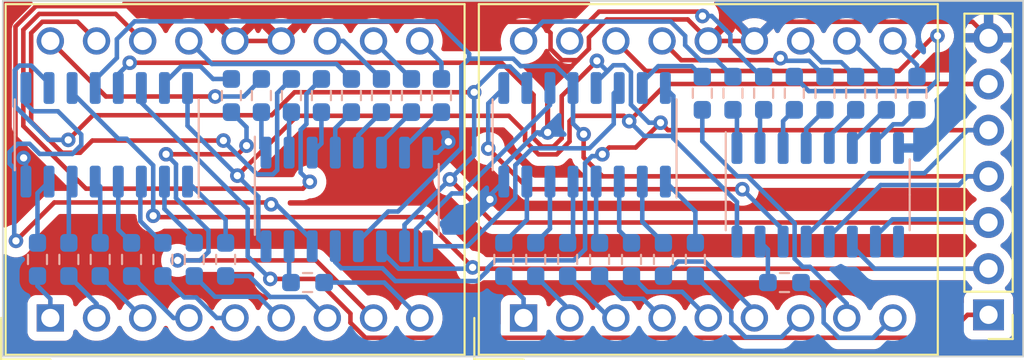
<source format=kicad_pcb>
(kicad_pcb (version 20241229) (generator "pcbnew") (generator_version "9.0")
  (layers (0 "F.Cu" signal) (2 "B.Cu" signal) (13 "F.Paste" user) (15 "B.Paste" user) (5 "F.SilkS" user "F.Silkscreen") (7 "B.SilkS" user "B.Silkscreen") (1 "F.Mask" user) (3 "B.Mask" user) (25 "Edge.Cuts" user))
  (net 0 "")
  (net 1 "SER_IN")
  (net 2 "SRCLK")
  (net 3 "~SRCLR")
  (net 4 "RCLK")
  (net 5 "~OE")
  (net 6 "+3.3V")
  (net 7 "GND")
  (net 8 "/Sh2L1-5")
  (net 9 "Net-(R1-Pad2)")
  (net 10 "Net-(R2-Pad1)")
  (net 11 "/Sh2L1-2")
  (net 12 "/Sh2L1-4")
  (net 13 "Net-(R3-Pad2)")
  (net 14 "Net-(R4-Pad1)")
  (net 15 "/Sh2L1-1")
  (net 16 "/Sh1L1-3")
  (net 17 "Net-(R5-Pad2)")
  (net 18 "Net-(R6-Pad1)")
  (net 19 "/Sh1L1-15")
  (net 20 "/Sh1L1-2")
  (net 21 "Net-(R7-Pad2)")
  (net 22 "Net-(R8-Pad1)")
  (net 23 "/Sh1L1-6")
  (net 24 "/Sh1L1-1")
  (net 25 "Net-(R9-Pad2)")
  (net 26 "Net-(R10-Pad1)")
  (net 27 "/Sh1L1-5")
  (net 28 "/Sh2L1-7")
  (net 29 "Net-(R11-Pad2)")
  (net 30 "Net-(R12-Pad1)")
  (net 31 "/Sh2L1-3")
  (net 32 "/Sh2L1-6")
  (net 33 "Net-(R13-Pad2)")
  (net 34 "Net-(R14-Pad1)")
  (net 35 "/Sh1L1-7")
  (net 36 "/Sh1L1-4")
  (net 37 "Net-(R15-Pad2)")
  (net 38 "Net-(R16-Pad1)")
  (net 39 "/Sh2L1-15")
  (net 40 "/Sh4L1-5")
  (net 41 "Net-(R17-Pad2)")
  (net 42 "Net-(R18-Pad1)")
  (net 43 "/Sh4L1-2")
  (net 44 "/Sh4L1-4")
  (net 45 "Net-(R19-Pad2)")
  (net 46 "Net-(R20-Pad1)")
  (net 47 "/Sh4L1-1")
  (net 48 "/Sh3L1-3")
  (net 49 "Net-(R21-Pad2)")
  (net 50 "Net-(R22-Pad1)")
  (net 51 "/Sh3L1-15")
  (net 52 "/Sh3L1-2")
  (net 53 "Net-(R23-Pad2)")
  (net 54 "Net-(R24-Pad1)")
  (net 55 "/Sh3L1-6")
  (net 56 "/Sh3L1-1")
  (net 57 "Net-(R25-Pad2)")
  (net 58 "Net-(R26-Pad1)")
  (net 59 "/Sh3L1-5")
  (net 60 "/Sh4L1-7")
  (net 61 "Net-(R27-Pad2)")
  (net 62 "Net-(R28-Pad1)")
  (net 63 "/Sh4L1-3")
  (net 64 "/Sh4L1-6")
  (net 65 "Net-(R29-Pad2)")
  (net 66 "Net-(R30-Pad1)")
  (net 67 "/Sh3L1-7")
  (net 68 "/Sh3L1-4")
  (net 69 "Net-(R31-Pad2)")
  (net 70 "Net-(R32-Pad1)")
  (net 71 "/Sh4L1-15")
  (net 72 "/Sh1_OUT-Sh2_IN")
  (net 73 "/Sh2_OUT-Sh3_IN")
  (net 74 "/Sh3_OUT-Sh4_IN")
  (footprint "Display_7Segment:DA56-11CGKWA" (layer "F.Cu") (at 78.1775 83.7375 90)
    (property "Reference" "U2" (hide yes))
    (property "Value" "DC56-11CGKWA" (hide yes))
  )
  (footprint "Connector_PinHeader_2.54mm:PinHeader_1x07_P2.54mm_Vertical" (layer "F.Cu") (at 129.794 83.566 180)
    (property "Reference" "J1" (hide yes))
    (property "Value" "Conn_01x07" (hide yes))
  )
  (footprint "Display_7Segment:DA56-11CGKWA" (layer "F.Cu") (at 104.2125 83.7375 90)
    (property "Reference" "U5" (hide yes))
    (property "Value" "DC56-11CGKWA" (hide yes))
  )
  (footprint "Resistor_SMD:R_0603_1608Metric_Pad0.98x0.95mm_HandSolder" (layer "B.Cu") (at 84.37 80.518 90)
    (property "Reference" "R10" (hide yes))
    (property "Value" "470Ω" (hide yes))
  )
  (footprint "Resistor_SMD:R_0603_1608Metric_Pad0.98x0.95mm_HandSolder" (layer "B.Cu") (at 120.7951 71.374 90)
    (property "Reference" "R19" (hide yes))
    (property "Value" "470Ω" (hide yes))
  )
  (footprint "Resistor_SMD:R_0603_1608Metric_Pad0.98x0.95mm_HandSolder" (layer "B.Cu") (at 96.393 71.501 -90)
    (property "Reference" "R12" (hide yes))
    (property "Value" "470Ω" (hide yes))
  )
  (footprint "Resistor_SMD:R_0603_1608Metric_Pad0.98x0.95mm_HandSolder" (layer "B.Cu") (at 124.1697 71.374 -90)
    (property "Reference" "R18" (hide yes))
    (property "Value" "470Ω" (hide yes))
  )
  (footprint "Resistor_SMD:R_0603_1608Metric_Pad0.98x0.95mm_HandSolder" (layer "B.Cu") (at 119.1079 71.374 90)
    (property "Reference" "R17" (hide yes))
    (property "Value" "470Ω" (hide yes))
  )
  (footprint "Resistor_SMD:R_0603_1608Metric_Pad0.98x0.95mm_HandSolder" (layer "B.Cu") (at 86.095 80.518 90)
    (property "Reference" "R8" (hide yes))
    (property "Value" "470Ω" (hide yes))
  )
  (footprint "Resistor_SMD:R_0603_1608Metric_Pad0.98x0.95mm_HandSolder" (layer "B.Cu") (at 99.695 71.501 -90)
    (property "Reference" "R4" (hide yes))
    (property "Value" "470Ω" (hide yes))
  )
  (footprint "Resistor_SMD:R_0603_1608Metric_Pad0.98x0.95mm_HandSolder" (layer "B.Cu") (at 113.665 80.518 90)
    (property "Reference" "R30" (hide yes))
    (property "Value" "470Ω" (hide yes))
  )
  (footprint "Resistor_SMD:R_0603_1608Metric_Pad0.98x0.95mm_HandSolder" (layer "B.Cu") (at 103.124 80.518 -90)
    (property "Reference" "R25" (hide yes))
    (property "Value" "470Ω" (hide yes))
  )
  (footprint "Resistor_SMD:R_0603_1608Metric_Pad0.98x0.95mm_HandSolder" (layer "B.Cu") (at 104.8808 80.518 -90)
    (property "Reference" "R23" (hide yes))
    (property "Value" "470Ω" (hide yes))
  )
  (footprint "Resistor_SMD:R_0603_1608Metric_Pad0.98x0.95mm_HandSolder" (layer "B.Cu") (at 89.789 71.501 90)
    (property "Reference" "R11" (hide yes))
    (property "Value" "470Ω" (hide yes))
  )
  (footprint "Resistor_SMD:R_0603_1608Metric_Pad0.98x0.95mm_HandSolder" (layer "B.Cu") (at 94.742 71.501 90)
    (property "Reference" "R3" (hide yes))
    (property "Value" "470Ω" (hide yes))
  )
  (footprint "Resistor_SMD:R_0603_1608Metric_Pad0.98x0.95mm_HandSolder" (layer "B.Cu") (at 111.9082 80.518 90)
    (property "Reference" "R24" (hide yes))
    (property "Value" "470Ω" (hide yes))
  )
  (footprint "Resistor_SMD:R_0603_1608Metric_Pad0.98x0.95mm_HandSolder" (layer "B.Cu") (at 91.44 71.501 90)
    (property "Reference" "R13" (hide yes))
    (property "Value" "470Ω" (hide yes))
  )
  (footprint "Resistor_SMD:R_0603_1608Metric_Pad0.98x0.95mm_HandSolder" (layer "B.Cu") (at 93.091 71.501 90)
    (property "Reference" "R1" (hide yes))
    (property "Value" "470Ω" (hide yes))
  )
  (footprint "Package_SO:SO-16_3.9x9.9mm_P1.27mm" (layer "B.Cu") (at 107.569 73.66 90)
    (property "Reference" "U4" (hide yes))
    (property "Value" "74HC595" (hide yes))
  )
  (footprint "Resistor_SMD:R_0603_1608Metric_Pad0.98x0.95mm_HandSolder" (layer "B.Cu") (at 108.3945 80.518 -90)
    (property "Reference" "R31" (hide yes))
    (property "Value" "470Ω" (hide yes))
  )
  (footprint "Resistor_SMD:R_0603_1608Metric_Pad0.98x0.95mm_HandSolder" (layer "B.Cu") (at 118.5665 81.788 180)
    (property "Reference" "R32" (hide yes))
    (property "Value" "470Ω" (hide yes))
  )
  (footprint "Package_SO:SO-16_3.9x9.9mm_P1.27mm" (layer "B.Cu") (at 94.488 77.216 -90)
    (property "Reference" "U3" (hide yes))
    (property "Value" "74HC595" (hide yes))
  )
  (footprint "Resistor_SMD:R_0603_1608Metric_Pad0.98x0.95mm_HandSolder" (layer "B.Cu") (at 125.857 71.374 -90)
    (property "Reference" "R20" (hide yes))
    (property "Value" "470Ω" (hide yes))
  )
  (footprint "Resistor_SMD:R_0603_1608Metric_Pad0.98x0.95mm_HandSolder" (layer "B.Cu") (at 98.044 71.501 -90)
    (property "Reference" "R2" (hide yes))
    (property "Value" "470Ω" (hide yes))
  )
  (footprint "Resistor_SMD:R_0603_1608Metric_Pad0.98x0.95mm_HandSolder" (layer "B.Cu") (at 106.6377 80.518 -90)
    (property "Reference" "R21" (hide yes))
    (property "Value" "470Ω" (hide yes))
  )
  (footprint "Resistor_SMD:R_0603_1608Metric_Pad0.98x0.95mm_HandSolder" (layer "B.Cu") (at 80.92 80.518 -90)
    (property "Reference" "R5" (hide yes))
    (property "Value" "470Ω" (hide yes))
  )
  (footprint "Resistor_SMD:R_0603_1608Metric_Pad0.98x0.95mm_HandSolder" (layer "B.Cu") (at 115.7333 71.374 90)
    (property "Reference" "R27" (hide yes))
    (property "Value" "470Ω" (hide yes))
  )
  (footprint "Resistor_SMD:R_0603_1608Metric_Pad0.98x0.95mm_HandSolder" (layer "B.Cu") (at 87.82 80.518 90)
    (property "Reference" "R14" (hide yes))
    (property "Value" "470Ω" (hide yes))
  )
  (footprint "Resistor_SMD:R_0603_1608Metric_Pad0.98x0.95mm_HandSolder" (layer "B.Cu") (at 110.1513 80.518 90)
    (property "Reference" "R26" (hide yes))
    (property "Value" "470Ω" (hide yes))
  )
  (footprint "Resistor_SMD:R_0603_1608Metric_Pad0.98x0.95mm_HandSolder" (layer "B.Cu") (at 88.138 71.501 90)
    (property "Reference" "R6" (hide yes))
    (property "Value" "470Ω" (hide yes))
  )
  (footprint "Resistor_SMD:R_0603_1608Metric_Pad0.98x0.95mm_HandSolder" (layer "B.Cu") (at 79.195 80.518 -90)
    (property "Reference" "R7" (hide yes))
    (property "Value" "470Ω" (hide yes))
  )
  (footprint "Resistor_SMD:R_0603_1608Metric_Pad0.98x0.95mm_HandSolder" (layer "B.Cu") (at 114.046 71.374 90)
    (property "Reference" "R22" (hide yes))
    (property "Value" "470Ω" (hide yes))
  )
  (footprint "Resistor_SMD:R_0603_1608Metric_Pad0.98x0.95mm_HandSolder" (layer "B.Cu") (at 122.4824 71.374 -90)
    (property "Reference" "R28" (hide yes))
    (property "Value" "470Ω" (hide yes))
  )
  (footprint "Resistor_SMD:R_0603_1608Metric_Pad0.98x0.95mm_HandSolder" (layer "B.Cu") (at 92.329 81.788 180)
    (property "Reference" "R16" (hide yes))
    (property "Value" "470Ω" (hide yes))
  )
  (footprint "Package_SO:SO-16_3.9x9.9mm_P1.27mm" (layer "B.Cu") (at 81.28 73.66 90)
    (property "Reference" "U1" (hide yes))
    (property "Value" "74HC595" (hide yes))
  )
  (footprint "Package_SO:SO-16_3.9x9.9mm_P1.27mm" (layer "B.Cu") (at 120.396 76.962 -90)
    (property "Reference" "U6" (hide yes))
    (property "Value" "74HC595" (hide yes))
  )
  (footprint "Resistor_SMD:R_0603_1608Metric_Pad0.98x0.95mm_HandSolder" (layer "B.Cu") (at 82.645 80.518 -90)
    (property "Reference" "R15" (hide yes))
    (property "Value" "470Ω" (hide yes))
  )
  (footprint "Resistor_SMD:R_0603_1608Metric_Pad0.98x0.95mm_HandSolder" (layer "B.Cu") (at 77.47 80.518 -90)
    (property "Reference" "R9" (hide yes))
    (property "Value" "470Ω" (hide yes))
  )
  (footprint "Resistor_SMD:R_0603_1608Metric_Pad0.98x0.95mm_HandSolder" (layer "B.Cu") (at 117.4206 71.374 90)
    (property "Reference" "R29" (hide yes))
    (property "Value" "470Ω" (hide yes))
  )
  (gr_line (start 75.565 66.294) (end 75.565 85.852) (stroke (width 0.1)) (layer "Edge.Cuts"))
  (gr_line (start 131.699 66.294) (end 75.565 66.294) (stroke (width 0.1)) (layer "Edge.Cuts"))
  (gr_line (start 131.699 85.852) (end 131.699 66.294) (stroke (width 0.1)) (layer "Edge.Cuts"))
  (gr_line (start 75.565 85.852) (end 131.699 85.852) (stroke (width 0.1)) (layer "Edge.Cuts"))
  (segment (start 90.2767 81.5894) (end 92.7804 81.5894) (width 0.25) (layer "F.Cu") (net 1))
  (segment (start 129.794 83.566) (end 128.6373 83.566) (width 0.25) (layer "F.Cu") (net 1))
  (segment (start 94.6875 83.9988) (end 95.515 84.8263) (width 0.25) (layer "F.Cu") (net 1))
  (segment (start 94.6875 83.4965) (end 94.6875 83.9988) (width 0.25) (layer "F.Cu") (net 1))
  (segment (start 92.7804 81.5894) (end 94.6875 83.4965) (width 0.25) (layer "F.Cu") (net 1))
  (segment (start 127.377 84.8263) (end 128.6373 83.566) (width 0.25) (layer "F.Cu") (net 1))
  (segment (start 95.515 84.8263) (end 127.377 84.8263) (width 0.25) (layer "F.Cu") (net 1))
  (via (at 90.2767 81.5894) (size 0.8) (drill 0.4) (layers "F.Cu" "B.Cu") (net 1))
  (segment (start 89.0345 80.3472) (end 89.0345 77.7419) (width 0.25) (layer "B.Cu") (net 1))
  (segment (start 83.185 71.8924) (end 83.185 71.085) (width 0.25) (layer "B.Cu") (net 1))
  (segment (start 89.0345 77.7419) (end 83.185 71.8924) (width 0.25) (layer "B.Cu") (net 1))
  (segment (start 90.2767 81.5894) (end 89.0345 80.3472) (width 0.25) (layer "B.Cu") (net 1))
  (segment (start 129.794 81.026) (end 128.6373 81.026) (width 0.25) (layer "F.Cu") (net 2))
  (segment (start 83.9105 78.1902) (end 98.6414 78.1902) (width 0.25) (layer "F.Cu") (net 2))
  (segment (start 101.4772 81.026) (end 101.4082 80.957) (width 0.25) (layer "F.Cu") (net 2))
  (segment (start 83.8358 78.1155) (end 83.9105 78.1902) (width 0.25) (layer "F.Cu") (net 2))
  (segment (start 98.6414 78.1902) (end 101.4082 80.957) (width 0.25) (layer "F.Cu") (net 2))
  (segment (start 128.6373 81.026) (end 101.4772 81.026) (width 0.25) (layer "F.Cu") (net 2))
  (via (at 101.4082 80.957) (size 0.8) (drill 0.4) (layers "F.Cu" "B.Cu") (net 2))
  (via (at 83.8358 78.1155) (size 0.8) (drill 0.4) (layers "F.Cu" "B.Cu") (net 2))
  (segment (start 123.5219 81.026) (end 129.794 81.026) (width 0.25) (layer "B.Cu") (net 2))
  (segment (start 100.799192 76.886208) (end 105.664 72.0214) (width 0.25) (layer "B.Cu") (net 2))
  (segment (start 79.375 71.3384) (end 81.9152 73.8786) (width 0.25) (layer "B.Cu") (net 2))
  (segment (start 79.375 71.085) (end 79.375 71.3384) (width 0.25) (layer "B.Cu") (net 2))
  (segment (start 96.393 79.791) (end 96.393 80.0718) (width 0.25) (layer "B.Cu") (net 2))
  (segment (start 98.298 81.027) (end 98.298 78.8538) (width 0.25) (layer "B.Cu") (net 2))
  (segment (start 101.3382 81.027) (end 101.4082 80.957) (width 0.25) (layer "B.Cu") (net 2))
  (segment (start 96.393 80.0718) (end 97.3482 81.027) (width 0.25) (layer "B.Cu") (net 2))
  (segment (start 100.265592 76.886208) (end 100.799192 76.886208) (width 0.25) (layer "B.Cu") (net 2))
  (segment (start 83.8358 75.343) (end 83.8358 78.1155) (width 0.25) (layer "B.Cu") (net 2))
  (segment (start 122.301 79.8051) (end 123.5219 81.026) (width 0.25) (layer "B.Cu") (net 2))
  (segment (start 82.3714 73.8786) (end 83.8358 75.343) (width 0.25) (layer "B.Cu") (net 2))
  (segment (start 105.664 72.0214) (end 105.664 71.085) (width 0.25) (layer "B.Cu") (net 2))
  (segment (start 98.298 81.027) (end 101.3382 81.027) (width 0.25) (layer "B.Cu") (net 2))
  (segment (start 98.298 78.8538) (end 100.265592 76.886208) (width 0.25) (layer "B.Cu") (net 2))
  (segment (start 81.9152 73.8786) (end 82.3714 73.8786) (width 0.25) (layer "B.Cu") (net 2))
  (segment (start 97.3482 81.027) (end 98.298 81.027) (width 0.25) (layer "B.Cu") (net 2))
  (segment (start 122.301 79.537) (end 122.301 79.8051) (width 0.25) (layer "B.Cu") (net 2))
  (segment (start 80.5184 72.5839) (end 79.1624 73.9399) (width 0.25) (layer "F.Cu") (net 3))
  (segment (start 129.794 78.486) (end 102.535984 78.486) (width 0.25) (layer "F.Cu") (net 3))
  (segment (start 91.6155 71.3183) (end 90.3499 72.5839) (width 0.25) (layer "F.Cu") (net 3))
  (segment (start 90.3499 72.5839) (end 80.5184 72.5839) (width 0.25) (layer "F.Cu") (net 3))
  (segment (start 102.535984 78.486) (end 100.161192 76.111208) (width 0.25) (layer "F.Cu") (net 3))
  (segment (start 101.496 71.3183) (end 91.6155 71.3183) (width 0.25) (layer "F.Cu") (net 3))
  (via (at 101.496 71.3183) (size 0.8) (drill 0.4) (layers "F.Cu" "B.Cu") (net 3))
  (via (at 79.1624 73.9399) (size 0.8) (drill 0.4) (layers "F.Cu" "B.Cu") (net 3))
  (via (at 100.161192 76.111208) (size 0.8) (drill 0.4) (layers "F.Cu" "B.Cu") (net 3))
  (segment (start 101.496 71.3183) (end 101.496 71.1913) (width 0.25) (layer "B.Cu") (net 3))
  (segment (start 103.4634 69.9027) (end 104.394 70.8333) (width 0.25) (layer "B.Cu") (net 3))
  (segment (start 97.663 79.791) (end 97.663 78.6094) (width 0.25) (layer "B.Cu") (net 3))
  (segment (start 129.794 78.486) (end 128.6373 78.486) (width 0.25) (layer "B.Cu") (net 3))
  (segment (start 77.1266 69.8523) (end 76.4728 69.8523) (width 0.25) (layer "B.Cu") (net 3))
  (segment (start 123.571 79.537) (end 123.571 79.2512) (width 0.25) (layer "B.Cu") (net 3))
  (segment (start 78.105 70.8307) (end 77.1266 69.8523) (width 0.25) (layer "B.Cu") (net 3))
  (segment (start 76.2277 70.0974) (end 76.2277 72.0841) (width 0.25) (layer "B.Cu") (net 3))
  (segment (start 124.5135 78.3087) (end 128.46 78.3087) (width 0.25) (layer "B.Cu") (net 3))
  (segment (start 102.7846 69.9027) (end 103.4634 69.9027) (width 0.25) (layer "B.Cu") (net 3))
  (segment (start 104.394 70.8333) (end 104.394 71.085) (width 0.25) (layer "B.Cu") (net 3))
  (segment (start 101.496 74.7764) (end 100.161192 76.111208) (width 0.25) (layer "B.Cu") (net 3))
  (segment (start 76.2277 72.0841) (end 78.0835 73.9399) (width 0.25) (layer "B.Cu") (net 3))
  (segment (start 101.496 71.3183) (end 101.496 74.7764) (width 0.25) (layer "B.Cu") (net 3))
  (segment (start 78.0835 73.9399) (end 79.1624 73.9399) (width 0.25) (layer "B.Cu") (net 3))
  (segment (start 128.46 78.3087) (end 128.6373 78.486) (width 0.25) (layer "B.Cu") (net 3))
  (segment (start 123.571 79.2512) (end 124.5135 78.3087) (width 0.25) (layer "B.Cu") (net 3))
  (segment (start 101.496 71.1913) (end 102.7846 69.9027) (width 0.25) (layer "B.Cu") (net 3))
  (segment (start 78.105 71.085) (end 78.105 70.8307) (width 0.25) (layer "B.Cu") (net 3))
  (segment (start 97.663 78.6094) (end 100.161192 76.111208) (width 0.25) (layer "B.Cu") (net 3))
  (segment (start 76.4728 69.8523) (end 76.2277 70.0974) (width 0.25) (layer "B.Cu") (net 3))
  (segment (start 107.517 74.9054) (end 107.517 73.627685) (width 0.25) (layer "F.Cu") (net 4))
  (segment (start 108.5576 75.946) (end 107.517 74.9054) (width 0.25) (layer "F.Cu") (net 4))
  (segment (start 129.794 75.946) (end 108.5576 75.946) (width 0.25) (layer "F.Cu") (net 4))
  (via (at 107.517 73.627685) (size 0.8) (drill 0.4) (layers "F.Cu" "B.Cu") (net 4))
  (segment (start 121.031 79.254) (end 123.8598 76.4252) (width 0.25) (layer "B.Cu") (net 4))
  (segment (start 96.765 77.8802) (end 95.123 79.5222) (width 0.25) (layer "B.Cu") (net 4))
  (segment (start 81.8377 69.431) (end 80.645 70.6237) (width 0.25) (layer "B.Cu") (net 4))
  (segment (start 106.934 71.085) (end 106.934 73.044685) (width 0.25) (layer "B.Cu") (net 4))
  (segment (start 100.7893 69.899) (end 100.7893 74.3951) (width 0.25) (layer "B.Cu") (net 4))
  (segment (start 129.794 75.946) (end 128.6373 75.946) (width 0.25) (layer "B.Cu") (net 4))
  (segment (start 97.3042 77.8802) (end 96.765 77.8802) (width 0.25) (layer "B.Cu") (net 4))
  (segment (start 106.934 70.828) (end 105.9866 69.8806) (width 0.25) (layer "B.Cu") (net 4))
  (segment (start 128.1581 76.4252) (end 128.6373 75.946) (width 0.25) (layer "B.Cu") (net 4))
  (segment (start 99.4328 67.4183) (end 82.816 67.4183) (width 0.25) (layer "B.Cu") (net 4))
  (segment (start 81.8377 68.3966) (end 81.8377 69.431) (width 0.25) (layer "B.Cu") (net 4))
  (segment (start 106.934 71.085) (end 106.934 70.828) (width 0.25) (layer "B.Cu") (net 4))
  (segment (start 101.2173 69.2028) (end 99.4328 67.4183) (width 0.25) (layer "B.Cu") (net 4))
  (segment (start 123.8598 76.4252) (end 128.1581 76.4252) (width 0.25) (layer "B.Cu") (net 4))
  (segment (start 105.9866 69.8806) (end 104.0519 69.8806) (width 0.25) (layer "B.Cu") (net 4))
  (segment (start 80.645 70.6237) (end 80.645 71.085) (width 0.25) (layer "B.Cu") (net 4))
  (segment (start 106.934 73.044685) (end 107.517 73.627685) (width 0.25) (layer "B.Cu") (net 4))
  (segment (start 101.2173 69.471) (end 100.7893 69.899) (width 0.25) (layer "B.Cu") (net 4))
  (segment (start 121.031 79.537) (end 121.031 79.254) (width 0.25) (layer "B.Cu") (net 4))
  (segment (start 82.816 67.4183) (end 81.8377 68.3966) (width 0.25) (layer "B.Cu") (net 4))
  (segment (start 103.6423 69.471) (end 101.2173 69.471) (width 0.25) (layer "B.Cu") (net 4))
  (segment (start 100.7893 74.3951) (end 97.3042 77.8802) (width 0.25) (layer "B.Cu") (net 4))
  (segment (start 101.2173 69.471) (end 101.2173 69.2028) (width 0.25) (layer "B.Cu") (net 4))
  (segment (start 95.123 79.5222) (end 95.123 79.791) (width 0.25) (layer "B.Cu") (net 4))
  (segment (start 104.0519 69.8806) (end 103.6423 69.471) (width 0.25) (layer "B.Cu") (net 4))
  (segment (start 108.92164 74.3586) (end 108.547392 74.732848) (width 0.25) (layer "F.Cu") (net 5))
  (segment (start 129.794 73.406) (end 112.1583 73.406) (width 0.25) (layer "F.Cu") (net 5))
  (segment (start 112.1583 73.406) (end 111.7465 72.9942) (width 0.25) (layer "F.Cu") (net 5))
  (segment (start 104.762 71.461112) (end 104.762 73.854016) (width 0.25) (layer "F.Cu") (net 5))
  (segment (start 105.215984 74.308) (end 105.858016 74.308) (width 0.25) (layer "F.Cu") (net 5))
  (segment (start 106.312 73.854016) (end 106.312 71.527426) (width 0.25) (layer "F.Cu") (net 5))
  (segment (start 106.312 71.527426) (end 108.247463 69.591963) (width 0.25) (layer "F.Cu") (net 5))
  (segment (start 104.762 73.854016) (end 105.215984 74.308) (width 0.25) (layer "F.Cu") (net 5))
  (segment (start 102.997388 69.6965) (end 104.762 71.461112) (width 0.25) (layer "F.Cu") (net 5))
  (segment (start 111.7465 72.9942) (end 110.3821 74.3586) (width 0.25) (layer "F.Cu") (net 5))
  (segment (start 110.3821 74.3586) (end 108.92164 74.3586) (width 0.25) (layer "F.Cu") (net 5))
  (segment (start 105.858016 74.308) (end 106.312 73.854016) (width 0.25) (layer "F.Cu") (net 5))
  (segment (start 82.5444 69.6965) (end 102.997388 69.6965) (width 0.25) (layer "F.Cu") (net 5))
  (via (at 82.5444 69.6965) (size 0.8) (drill 0.4) (layers "F.Cu" "B.Cu") (net 5))
  (via (at 111.7465 72.9942) (size 0.8) (drill 0.4) (layers "F.Cu" "B.Cu") (net 5))
  (via (at 108.247463 69.591963) (size 0.8) (drill 0.4) (layers "F.Cu" "B.Cu") (net 5))
  (via (at 108.547392 74.732848) (size 0.8) (drill 0.4) (layers "F.Cu" "B.Cu") (net 5))
  (segment (start 108.447555 74.832685) (end 108.547392 74.732848) (width 0.25) (layer "B.Cu") (net 5))
  (segment (start 110.1188 70.208) (end 109.7441 69.8333) (width 0.25) (layer "B.Cu") (net 5))
  (segment (start 81.915 70.3259) (end 81.915 71.085) (width 0.25) (layer "B.Cu") (net 5))
  (segment (start 107.5967 75.211261) (end 107.975276 74.832685) (width 0.25) (layer "B.Cu") (net 5))
  (segment (start 96.4527 81.001) (end 97.1571 81.7054) (width 0.25) (layer "B.Cu") (net 5))
  (segment (start 126.2726 75.7707) (end 128.6373 73.406) (width 0.25) (layer "B.Cu") (net 5))
  (segment (start 111.1097 72.9942) (end 110.1188 72.0033) (width 0.25) (layer "B.Cu") (net 5))
  (segment (start 109.7441 69.8333) (end 109.1557 69.8333) (width 0.25) (layer "B.Cu") (net 5))
  (segment (start 108.204 70.785) (end 108.204 71.085) (width 0.25) (layer "B.Cu") (net 5))
  (segment (start 119.761 79.537) (end 119.761 79.2418) (width 0.25) (layer "B.Cu") (net 5))
  (segment (start 108.8223 70.1667) (end 108.247563 69.591963) (width 0.25) (layer "B.Cu") (net 5))
  (segment (start 107.975276 74.832685) (end 108.447555 74.832685) (width 0.25) (layer "B.Cu") (net 5))
  (segment (start 97.1571 81.7054) (end 101.6595 81.7054) (width 0.25) (layer "B.Cu") (net 5))
  (segment (start 93.853 80.665999) (end 94.188001 81.001) (width 0.25) (layer "B.Cu") (net 5))
  (segment (start 119.761 79.2418) (end 123.2321 75.7707) (width 0.25) (layer "B.Cu") (net 5))
  (segment (start 107.5967 79.9555) (end 107.5967 75.211261) (width 0.25) (layer "B.Cu") (net 5))
  (segment (start 129.794 73.406) (end 128.6373 73.406) (width 0.25) (layer "B.Cu") (net 5))
  (segment (start 110.1188 72.0033) (end 110.1188 70.208) (width 0.25) (layer "B.Cu") (net 5))
  (segment (start 102.2288 81.0029) (end 102.6627 80.569) (width 0.25) (layer "B.Cu") (net 5))
  (segment (start 109.1557 69.8333) (end 108.8223 70.1667) (width 0.25) (layer "B.Cu") (net 5))
  (segment (start 102.6627 80.569) (end 106.9832 80.569) (width 0.25) (layer "B.Cu") (net 5))
  (segment (start 94.188001 81.001) (end 96.4527 81.001) (width 0.25) (layer "B.Cu") (net 5))
  (segment (start 102.2288 81.1361) (end 102.2288 81.0029) (width 0.25) (layer "B.Cu") (net 5))
  (segment (start 111.7465 72.9942) (end 111.1097 72.9942) (width 0.25) (layer "B.Cu") (net 5))
  (segment (start 101.6595 81.7054) (end 102.2288 81.1361) (width 0.25) (layer "B.Cu") (net 5))
  (segment (start 123.2321 75.7707) (end 126.2726 75.7707) (width 0.25) (layer "B.Cu") (net 5))
  (segment (start 93.853 79.791) (end 93.853 80.665999) (width 0.25) (layer "B.Cu") (net 5))
  (segment (start 106.9832 80.569) (end 107.5967 79.9555) (width 0.25) (layer "B.Cu") (net 5))
  (segment (start 108.247563 69.591963) (end 108.247463 69.591963) (width 0.25) (layer "B.Cu") (net 5))
  (segment (start 108.8223 70.1667) (end 108.204 70.785) (width 0.25) (layer "B.Cu") (net 5))
  (segment (start 82.5444 69.6965) (end 81.915 70.3259) (width 0.25) (layer "B.Cu") (net 5))
  (segment (start 104.296 73.996128) (end 105.037872 74.738) (width 0.25) (layer "F.Cu") (net 6))
  (segment (start 105.037872 74.738) (end 106.036128 74.738) (width 0.25) (layer "F.Cu") (net 6))
  (segment (start 104.296 73.508224) (end 104.296 73.996128) (width 0.25) (layer "F.Cu") (net 6))
  (segment (start 106.036128 74.738) (end 106.742 74.032128) (width 0.25) (layer "F.Cu") (net 6))
  (segment (start 129.794 70.866) (end 128.6373 70.866) (width 0.25) (layer "F.Cu") (net 6))
  (segment (start 107.035124 72.6161) (end 109.7322 72.6161) (width 0.25) (layer "F.Cu") (net 6))
  (segment (start 110.0235 72.9074) (end 112.0649 70.866) (width 0.25) (layer "F.Cu") (net 6))
  (segment (start 112.0649 70.866) (end 128.6373 70.866) (width 0.25) (layer "F.Cu") (net 6))
  (segment (start 91.7576 72.6161) (end 103.403876 72.6161) (width 0.25) (layer "F.Cu") (net 6))
  (segment (start 88.4666 75.9071) (end 91.7576 72.6161) (width 0.25) (layer "F.Cu") (net 6))
  (segment (start 106.742 74.032128) (end 106.742 72.909224) (width 0.25) (layer "F.Cu") (net 6))
  (segment (start 109.7322 72.6161) (end 110.0235 72.9074) (width 0.25) (layer "F.Cu") (net 6))
  (segment (start 106.742 72.909224) (end 107.035124 72.6161) (width 0.25) (layer "F.Cu") (net 6))
  (segment (start 103.403876 72.6161) (end 104.296 73.508224) (width 0.25) (layer "F.Cu") (net 6))
  (via (at 88.4666 75.9071) (size 0.8) (drill 0.4) (layers "F.Cu" "B.Cu") (net 6))
  (via (at 110.0235 72.9074) (size 0.8) (drill 0.4) (layers "F.Cu" "B.Cu") (net 6))
  (segment (start 88.4666 75.9071) (end 89.621 77.0615) (width 0.25) (layer "B.Cu") (net 6))
  (segment (start 89.621 77.0615) (end 89.621 79.369) (width 0.25) (layer "B.Cu") (net 6))
  (segment (start 115.951 77.3561) (end 115.951 79.537) (width 0.25) (layer "B.Cu") (net 6))
  (segment (start 110.8393 73.7232) (end 110.0235 72.9074) (width 0.25) (layer "B.Cu") (net 6))
  (segment (start 85.725 73.1655) (end 88.4666 75.9071) (width 0.25) (layer "B.Cu") (net 6))
  (segment (start 112.4532 73.7232) (end 112.4532 73.8583) (width 0.25) (layer "B.Cu") (net 6))
  (segment (start 112.4532 73.8583) (end 115.951 77.3561) (width 0.25) (layer "B.Cu") (net 6))
  (segment (start 112.4532 73.7232) (end 110.8393 73.7232) (width 0.25) (layer "B.Cu") (net 6))
  (segment (start 89.621 79.369) (end 90.043 79.791) (width 0.25) (layer "B.Cu") (net 6))
  (segment (start 112.4532 71.5242) (end 112.4532 73.7232) (width 0.25) (layer "B.Cu") (net 6))
  (segment (start 85.725 71.085) (end 85.725 73.1655) (width 0.25) (layer "B.Cu") (net 6))
  (segment (start 112.014 71.085) (end 112.4532 71.5242) (width 0.25) (layer "B.Cu") (net 6))
  (segment (start 116.9125 68.4975) (end 117.9685 67.4415) (width 0.25) (layer "F.Cu") (net 7))
  (segment (start 76.2595 74.4815) (end 76.2595 67.703038) (width 0.25) (layer "F.Cu") (net 7))
  (segment (start 108.797087 67.313913) (end 113.245178 67.313913) (width 0.25) (layer "F.Cu") (net 7))
  (segment (start 76.2595 67.703038) (end 77.381038 66.5815) (width 0.25) (layer "F.Cu") (net 7))
  (segment (start 76.708 74.93) (end 76.2595 74.4815) (width 0.25) (layer "F.Cu") (net 7))
  (segment (start 107.8085 68.3025) (end 108.797087 67.313913) (width 0.25) (layer "F.Cu") (net 7))
  (segment (start 117.9685 67.4415) (end 128.9095 67.4415) (width 0.25) (layer "F.Cu") (net 7))
  (segment (start 107.18991 69.5535) (end 105.537 71.20641) (width 0.25) (layer "F.Cu") (net 7))
  (segment (start 105.6965 68.93491) (end 106.31509 69.5535) (width 0.25) (layer "F.Cu") (net 7))
  (segment (start 100.076 74.93) (end 102.362 77.216) (width 0.25) (layer "F.Cu") (net 7))
  (segment (start 100.076 74.041) (end 100.076 74.93) (width 0.25) (layer "F.Cu") (net 7))
  (segment (start 88.3375 68.4975) (end 90.8775 68.4975) (width 0.25) (layer "F.Cu") (net 7))
  (segment (start 107.18991 69.5535) (end 107.8085 68.93491) (width 0.25) (layer "F.Cu") (net 7))
  (segment (start 128.9095 67.4415) (end 129.794 68.326) (width 0.25) (layer "F.Cu") (net 7))
  (segment (start 113.245178 67.313913) (end 114.428765 68.4975) (width 0.25) (layer "F.Cu") (net 7))
  (segment (start 107.8085 68.93491) (end 107.8085 68.3025) (width 0.25) (layer "F.Cu") (net 7))
  (segment (start 86.4215 66.5815) (end 88.3375 68.4975) (width 0.25) (layer "F.Cu") (net 7))
  (segment (start 106.31509 69.5535) (end 107.18991 69.5535) (width 0.25) (layer "F.Cu") (net 7))
  (segment (start 105.6965 68.06009) (end 105.6965 68.93491) (width 0.25) (layer "F.Cu") (net 7))
  (segment (start 77.381038 66.5815) (end 86.4215 66.5815) (width 0.25) (layer "F.Cu") (net 7))
  (segment (start 90.8775 68.4975) (end 91.9335 67.4415) (width 0.25) (layer "F.Cu") (net 7))
  (segment (start 114.428765 68.4975) (end 116.9125 68.4975) (width 0.25) (layer "F.Cu") (net 7))
  (segment (start 91.9335 67.4415) (end 105.07791 67.4415) (width 0.25) (layer "F.Cu") (net 7))
  (segment (start 105.07791 67.4415) (end 105.6965 68.06009) (width 0.25) (layer "F.Cu") (net 7))
  (segment (start 105.537 71.20641) (end 105.537 73.533) (width 0.25) (layer "F.Cu") (net 7))
  (via (at 102.362 77.216) (size 0.8) (drill 0.4) (layers "F.Cu" "B.Cu") (net 7))
  (via (at 100.076 74.041) (size 0.8) (drill 0.4) (layers "F.Cu" "B.Cu") (net 7))
  (via (at 105.537 73.533) (size 0.8) (drill 0.4) (layers "F.Cu" "B.Cu") (net 7))
  (via (at 76.708 74.93) (size 0.8) (drill 0.4) (layers "F.Cu" "B.Cu") (net 7))
  (segment (start 102.362 77.216) (end 102.362 76.997) (width 0.25) (layer "B.Cu") (net 7))
  (segment (start 76.835 76.235) (end 76.835 75.057) (width 0.25) (layer "B.Cu") (net 7))
  (segment (start 104.951001 73.533) (end 103.124 75.360001) (width 0.25) (layer "B.Cu") (net 7))
  (segment (start 105.537 73.533) (end 104.951001 73.533) (width 0.25) (layer "B.Cu") (net 7))
  (segment (start 98.933 74.641) (end 99.476 74.641) (width 0.25) (layer "B.Cu") (net 7))
  (segment (start 99.476 74.641) (end 100.076 74.041) (width 0.25) (layer "B.Cu") (net 7))
  (segment (start 76.835 75.057) (end 76.708 74.93) (width 0.25) (layer "B.Cu") (net 7))
  (segment (start 102.362 76.997) (end 103.124 76.235) (width 0.25) (layer "B.Cu") (net 7))
  (segment (start 103.124 75.360001) (end 103.124 76.235) (width 0.25) (layer "B.Cu") (net 7))
  (segment (start 93.091 72.4135) (end 93.091 74.133) (width 0.25) (layer "B.Cu") (net 8))
  (segment (start 93.091 74.133) (end 92.583 74.641) (width 0.25) (layer "B.Cu") (net 8))
  (segment (start 77.561978 67.0115) (end 76.6915 67.881978) (width 0.25) (layer "F.Cu") (net 9))
  (segment (start 76.6915 73.1764) (end 80.1392 76.6241) (width 0.25) (layer "F.Cu") (net 9))
  (segment (start 81.7715 67.0115) (end 77.561978 67.0115) (width 0.25) (layer "F.Cu") (net 9))
  (segment (start 80.1392 76.6241) (end 92.073 76.6241) (width 0.25) (layer "F.Cu") (net 9))
  (segment (start 76.6915 67.881978) (end 76.6915 73.1764) (width 0.25) (layer "F.Cu") (net 9))
  (segment (start 92.073 76.6241) (end 92.4518 76.2453) (width 0.25) (layer "F.Cu") (net 9))
  (segment (start 83.2575 68.4975) (end 81.7715 67.0115) (width 0.25) (layer "F.Cu") (net 9))
  (via (at 92.4518 76.2453) (size 0.8) (drill 0.4) (layers "F.Cu" "B.Cu") (net 9))
  (segment (start 93.091 70.5885) (end 92.2655 71.414) (width 0.25) (layer "B.Cu") (net 9))
  (segment (start 92.2655 73.0684) (end 91.948 73.3859) (width 0.25) (layer "B.Cu") (net 9))
  (segment (start 92.2655 71.414) (end 92.2655 73.0684) (width 0.25) (layer "B.Cu") (net 9))
  (segment (start 91.948 75.7415) (end 92.4518 76.2453) (width 0.25) (layer "B.Cu") (net 9))
  (segment (start 91.948 73.3859) (end 91.948 75.7415) (width 0.25) (layer "B.Cu") (net 9))
  (segment (start 98.044 70.5885) (end 98.044 70.584) (width 0.25) (layer "B.Cu") (net 10))
  (segment (start 98.044 70.584) (end 95.9575 68.4975) (width 0.25) (layer "B.Cu") (net 10))
  (segment (start 96.393 74.641) (end 96.393 74.0645) (width 0.25) (layer "B.Cu") (net 11))
  (segment (start 96.393 74.0645) (end 98.044 72.4135) (width 0.25) (layer "B.Cu") (net 11))
  (segment (start 94.742 72.4135) (end 93.853 73.3025) (width 0.25) (layer "B.Cu") (net 12))
  (segment (start 93.853 73.3025) (end 93.853 74.641) (width 0.25) (layer "B.Cu") (net 12))
  (segment (start 87.0643 69.7643) (end 93.9178 69.7643) (width 0.25) (layer "B.Cu") (net 13))
  (segment (start 85.7975 68.4975) (end 87.0643 69.7643) (width 0.25) (layer "B.Cu") (net 13))
  (segment (start 93.9178 69.7643) (end 94.742 70.5885) (width 0.25) (layer "B.Cu") (net 13))
  (segment (start 99.695 70.5885) (end 99.695 69.695) (width 0.25) (layer "B.Cu") (net 14))
  (segment (start 99.695 69.695) (end 98.4975 68.4975) (width 0.25) (layer "B.Cu") (net 14))
  (segment (start 99.695 72.4135) (end 99.5968 72.4135) (width 0.25) (layer "B.Cu") (net 15))
  (segment (start 99.5968 72.4135) (end 97.663 74.3473) (width 0.25) (layer "B.Cu") (net 15))
  (segment (start 97.663 74.3473) (end 97.663 74.641) (width 0.25) (layer "B.Cu") (net 15))
  (segment (start 80.92 76.51) (end 80.645 76.235) (width 0.25) (layer "B.Cu") (net 16))
  (segment (start 80.92 79.6055) (end 80.92 76.51) (width 0.25) (layer "B.Cu") (net 16))
  (segment (start 83.2575 83.7375) (end 80.9505 81.4305) (width 0.25) (layer "B.Cu") (net 17))
  (segment (start 80.9505 81.4305) (end 80.92 81.4305) (width 0.25) (layer "B.Cu") (net 17))
  (segment (start 92.7903 80.5703) (end 95.9575 83.7375) (width 0.25) (layer "F.Cu") (net 18))
  (segment (start 88.9697 74.2594) (end 88.4986 74.7305) (width 0.25) (layer "F.Cu") (net 18))
  (segment (start 85.1802 80.5703) (end 92.7903 80.5703) (width 0.25) (layer "F.Cu") (net 18))
  (segment (start 88.4986 74.7305) (end 84.5434 74.7305) (width 0.25) (layer "F.Cu") (net 18))
  (via (at 84.5434 74.7305) (size 0.8) (drill 0.4) (layers "F.Cu" "B.Cu") (net 18))
  (via (at 85.1802 80.5703) (size 0.8) (drill 0.4) (layers "F.Cu" "B.Cu") (net 18))
  (via (at 88.9697 74.2594) (size 0.8) (drill 0.4) (layers "F.Cu" "B.Cu") (net 18))
  (segment (start 84.5434 74.7305) (end 85.09 75.2771) (width 0.25) (layer "B.Cu") (net 18))
  (segment (start 85.09 77.1399) (end 86.8776 78.9275) (width 0.25) (layer "B.Cu") (net 18))
  (segment (start 85.09 75.2771) (end 85.09 77.1399) (width 0.25) (layer "B.Cu") (net 18))
  (segment (start 88.9697 73.2452) (end 88.9697 74.2594) (width 0.25) (layer "B.Cu") (net 18))
  (segment (start 86.8776 80.104) (end 86.4113 80.5703) (width 0.25) (layer "B.Cu") (net 18))
  (segment (start 86.8776 78.9275) (end 86.8776 80.104) (width 0.25) (layer "B.Cu") (net 18))
  (segment (start 88.138 72.4135) (end 88.9697 73.2452) (width 0.25) (layer "B.Cu") (net 18))
  (segment (start 86.4113 80.5703) (end 85.1802 80.5703) (width 0.25) (layer "B.Cu") (net 18))
  (segment (start 84.455 71.085) (end 84.455 70.8131) (width 0.25) (layer "B.Cu") (net 19))
  (segment (start 85.3659 69.9022) (end 86.4429 69.9022) (width 0.25) (layer "B.Cu") (net 19))
  (segment (start 87.1292 70.5885) (end 88.138 70.5885) (width 0.25) (layer "B.Cu") (net 19))
  (segment (start 84.455 70.8131) (end 85.3659 69.9022) (width 0.25) (layer "B.Cu") (net 19))
  (segment (start 86.4429 69.9022) (end 87.1292 70.5885) (width 0.25) (layer "B.Cu") (net 19))
  (segment (start 79.195 76.415) (end 79.195 79.6055) (width 0.25) (layer "B.Cu") (net 20))
  (segment (start 79.375 76.235) (end 79.195 76.415) (width 0.25) (layer "B.Cu") (net 20))
  (segment (start 79.195 81.4305) (end 80.7175 82.953) (width 0.25) (layer "B.Cu") (net 21))
  (segment (start 80.7175 82.953) (end 80.7175 83.7375) (width 0.25) (layer "B.Cu") (net 21))
  (segment (start 86.095 81.4305) (end 87.2336 82.5691) (width 0.25) (layer "B.Cu") (net 22))
  (segment (start 89.6464 82.5691) (end 90.8148 83.7375) (width 0.25) (layer "B.Cu") (net 22))
  (segment (start 87.2336 82.5691) (end 89.6464 82.5691) (width 0.25) (layer "B.Cu") (net 22))
  (segment (start 90.8148 83.7375) (end 90.8775 83.7375) (width 0.25) (layer "B.Cu") (net 22))
  (segment (start 84.455 77.7352) (end 84.455 76.235) (width 0.25) (layer "B.Cu") (net 23))
  (segment (start 86.095 79.3752) (end 84.455 77.7352) (width 0.25) (layer "B.Cu") (net 23))
  (segment (start 86.095 79.6055) (end 86.095 79.3752) (width 0.25) (layer "B.Cu") (net 23))
  (segment (start 77.47 79.6055) (end 77.47 76.87) (width 0.25) (layer "B.Cu") (net 24))
  (segment (start 77.47 76.87) (end 78.105 76.235) (width 0.25) (layer "B.Cu") (net 24))
  (segment (start 78.1775 82.6808) (end 77.47 81.9733) (width 0.25) (layer "B.Cu") (net 25))
  (segment (start 78.1775 83.7375) (end 78.1775 82.6808) (width 0.25) (layer "B.Cu") (net 25))
  (segment (start 77.47 81.9733) (end 77.47 81.4305) (width 0.25) (layer "B.Cu") (net 25))
  (segment (start 86.2018 82.6054) (end 85.5449 82.6054) (width 0.25) (layer "B.Cu") (net 26))
  (segment (start 87.3339 83.7375) (end 86.2018 82.6054) (width 0.25) (layer "B.Cu") (net 26))
  (segment (start 88.3375 83.7375) (end 87.3339 83.7375) (width 0.25) (layer "B.Cu") (net 26))
  (segment (start 85.5449 82.6054) (end 84.37 81.4305) (width 0.25) (layer "B.Cu") (net 26))
  (segment (start 83.1291 78.4082) (end 84.3264 79.6055) (width 0.25) (layer "B.Cu") (net 27))
  (segment (start 83.185 76.235) (end 83.1291 76.2909) (width 0.25) (layer "B.Cu") (net 27))
  (segment (start 83.1291 76.2909) (end 83.1291 78.4082) (width 0.25) (layer "B.Cu") (net 27))
  (segment (start 84.3264 79.6055) (end 84.37 79.6055) (width 0.25) (layer "B.Cu") (net 27))
  (segment (start 90.043 74.641) (end 89.789 74.387) (width 0.25) (layer "B.Cu") (net 28))
  (segment (start 89.789 74.387) (end 89.789 72.4135) (width 0.25) (layer "B.Cu") (net 28))
  (segment (start 78.1775 68.4975) (end 81.2333 71.5533) (width 0.25) (layer "F.Cu") (net 29))
  (segment (start 81.2333 71.5533) (end 87.2493 71.5533) (width 0.25) (layer "F.Cu") (net 29))
  (via (at 87.2493 71.5533) (size 0.8) (drill 0.4) (layers "F.Cu" "B.Cu") (net 29))
  (segment (start 88.8242 71.5533) (end 87.2493 71.5533) (width 0.25) (layer "B.Cu") (net 29))
  (segment (start 89.789 70.5885) (end 88.8242 71.5533) (width 0.25) (layer "B.Cu") (net 29))
  (segment (start 94.302 68.4975) (end 93.4175 68.4975) (width 0.25) (layer "B.Cu") (net 30))
  (segment (start 96.393 70.5885) (end 94.302 68.4975) (width 0.25) (layer "B.Cu") (net 30))
  (segment (start 96.393 72.4135) (end 95.123 73.6835) (width 0.25) (layer "B.Cu") (net 31))
  (segment (start 95.123 73.6835) (end 95.123 74.641) (width 0.25) (layer "B.Cu") (net 31))
  (segment (start 91.313 72.5405) (end 91.44 72.4135) (width 0.25) (layer "B.Cu") (net 32))
  (segment (start 91.313 74.641) (end 91.313 72.5405) (width 0.25) (layer "B.Cu") (net 32))
  (segment (start 77.74009 67.4415) (end 79.6615 67.4415) (width 0.25) (layer "F.Cu") (net 33))
  (segment (start 87.6985 73.9766) (end 80.4884 73.9766) (width 0.25) (layer "F.Cu") (net 33))
  (segment (start 77.1215 68.06009) (end 77.74009 67.4415) (width 0.25) (layer "F.Cu") (net 33))
  (segment (start 79.8158 74.6492) (end 78.8248 74.6492) (width 0.25) (layer "F.Cu") (net 33))
  (segment (start 79.6615 67.4415) (end 80.7175 68.4975) (width 0.25) (layer "F.Cu") (net 33))
  (segment (start 80.4884 73.9766) (end 79.8158 74.6492) (width 0.25) (layer "F.Cu") (net 33))
  (segment (start 77.1215 72.9459) (end 77.1215 68.06009) (width 0.25) (layer "F.Cu") (net 33))
  (segment (start 78.8248 74.6492) (end 77.1215 72.9459) (width 0.25) (layer "F.Cu") (net 33))
  (via (at 87.6985 73.9766) (size 0.8) (drill 0.4) (layers "F.Cu" "B.Cu") (net 33))
  (segment (start 87.6985 73.9766) (end 87.6985 73.9876) (width 0.25) (layer "B.Cu") (net 33))
  (segment (start 90.4216 75.8388) (end 90.6562 75.6042) (width 0.25) (layer "B.Cu") (net 33))
  (segment (start 87.6985 73.9876) (end 89.5497 75.8388) (width 0.25) (layer "B.Cu") (net 33))
  (segment (start 90.6562 71.3723) (end 91.44 70.5885) (width 0.25) (layer "B.Cu") (net 33))
  (segment (start 90.6562 75.6042) (end 90.6562 71.3723) (width 0.25) (layer "B.Cu") (net 33))
  (segment (start 89.5497 75.8388) (end 90.4216 75.8388) (width 0.25) (layer "B.Cu") (net 33))
  (segment (start 90.2699 82.582) (end 92.262 82.582) (width 0.25) (layer "B.Cu") (net 34))
  (segment (start 92.262 82.582) (end 93.4175 83.7375) (width 0.25) (layer "B.Cu") (net 34))
  (segment (start 87.82 81.4305) (end 89.1184 81.4305) (width 0.25) (layer "B.Cu") (net 34))
  (segment (start 89.1184 81.4305) (end 90.2699 82.582) (width 0.25) (layer "B.Cu") (net 34))
  (segment (start 87.82 79.6055) (end 87.82 78.33) (width 0.25) (layer "B.Cu") (net 35))
  (segment (start 87.82 78.33) (end 85.725 76.235) (width 0.25) (layer "B.Cu") (net 35))
  (segment (start 81.915 76.235) (end 81.915 78.8755) (width 0.25) (layer "B.Cu") (net 36))
  (segment (start 81.915 78.8755) (end 82.645 79.6055) (width 0.25) (layer "B.Cu") (net 36))
  (segment (start 84.952 83.7375) (end 82.645 81.4305) (width 0.25) (layer "B.Cu") (net 37))
  (segment (start 85.7975 83.7375) (end 84.952 83.7375) (width 0.25) (layer "B.Cu") (net 37))
  (segment (start 96.548 81.788) (end 98.4975 83.7375) (width 0.25) (layer "B.Cu") (net 38))
  (segment (start 93.2415 81.788) (end 96.548 81.788) (width 0.25) (layer "B.Cu") (net 38))
  (segment (start 91.313 81.6845) (end 91.313 79.791) (width 0.25) (layer "B.Cu") (net 39))
  (segment (start 91.4165 81.788) (end 91.313 81.6845) (width 0.25) (layer "B.Cu") (net 39))
  (segment (start 118.491 74.387) (end 118.491 72.9034) (width 0.25) (layer "B.Cu") (net 40))
  (segment (start 118.491 72.9034) (end 119.1079 72.2865) (width 0.25) (layer "B.Cu") (net 40))
  (segment (start 109.2925 68.4975) (end 110.9441 70.1491) (width 0.25) (layer "F.Cu") (net 41))
  (segment (start 126.7967 68.2165) (end 126.9853 68.2165) (width 0.25) (layer "F.Cu") (net 41))
  (segment (start 124.8641 70.1491) (end 126.7967 68.2165) (width 0.25) (layer "F.Cu") (net 41))
  (segment (start 110.9441 70.1491) (end 124.8641 70.1491) (width 0.25) (layer "F.Cu") (net 41))
  (via (at 126.9853 68.2165) (size 0.8) (drill 0.4) (layers "F.Cu" "B.Cu") (net 41))
  (segment (start 119.903 71.2566) (end 126.3765 71.2566) (width 0.25) (layer "B.Cu") (net 41))
  (segment (start 126.9853 70.6478) (end 126.9853 68.2165) (width 0.25) (layer "B.Cu") (net 41))
  (segment (start 126.3765 71.2566) (end 126.9853 70.6478) (width 0.25) (layer "B.Cu") (net 41))
  (segment (start 119.1079 70.4615) (end 119.903 71.2566) (width 0.25) (layer "B.Cu") (net 41))
  (segment (start 124.1697 70.4615) (end 122.2057 68.4975) (width 0.25) (layer "B.Cu") (net 42))
  (segment (start 122.2057 68.4975) (end 121.9925 68.4975) (width 0.25) (layer "B.Cu") (net 42))
  (segment (start 122.301 74.0757) (end 122.301 74.387) (width 0.25) (layer "B.Cu") (net 43))
  (segment (start 124.0902 72.2865) (end 122.301 74.0757) (width 0.25) (layer "B.Cu") (net 43))
  (segment (start 124.1697 72.2865) (end 124.0902 72.2865) (width 0.25) (layer "B.Cu") (net 43))
  (segment (start 119.761 74.387) (end 119.761 73.3206) (width 0.25) (layer "B.Cu") (net 44))
  (segment (start 119.761 73.3206) (end 120.7951 72.2865) (width 0.25) (layer "B.Cu") (net 44))
  (segment (start 112.8892 69.5542) (end 118.2338 69.5542) (width 0.25) (layer "F.Cu") (net 45))
  (segment (start 118.2338 69.5542) (end 118.3457 69.4423) (width 0.25) (layer "F.Cu") (net 45))
  (segment (start 111.8325 68.4975) (end 112.8892 69.5542) (width 0.25) (layer "F.Cu") (net 45))
  (via (at 118.3457 69.4423) (size 0.8) (drill 0.4) (layers "F.Cu" "B.Cu") (net 45))
  (segment (start 118.4925 69.5891) (end 118.3457 69.4423) (width 0.25) (layer "B.Cu") (net 45))
  (segment (start 120.7951 70.4615) (end 119.9227 69.5891) (width 0.25) (layer "B.Cu") (net 45))
  (segment (start 119.9227 69.5891) (end 118.4925 69.5891) (width 0.25) (layer "B.Cu") (net 45))
  (segment (start 125.857 70.4615) (end 125.857 69.822) (width 0.25) (layer "B.Cu") (net 46))
  (segment (start 125.857 69.822) (end 124.5325 68.4975) (width 0.25) (layer "B.Cu") (net 46))
  (segment (start 125.0619 73.0816) (end 124.555 73.0816) (width 0.25) (layer "B.Cu") (net 47))
  (segment (start 124.555 73.0816) (end 123.571 74.0656) (width 0.25) (layer "B.Cu") (net 47))
  (segment (start 123.571 74.0656) (end 123.571 74.387) (width 0.25) (layer "B.Cu") (net 47))
  (segment (start 125.857 72.2865) (end 125.0619 73.0816) (width 0.25) (layer "B.Cu") (net 47))
  (segment (start 106.934 76.235) (end 106.934 79.3092) (width 0.25) (layer "B.Cu") (net 48))
  (segment (start 106.934 79.3092) (end 106.6377 79.6055) (width 0.25) (layer "B.Cu") (net 48))
  (segment (start 106.6377 81.4305) (end 108.9447 83.7375) (width 0.25) (layer "B.Cu") (net 49))
  (segment (start 108.9447 83.7375) (end 109.2925 83.7375) (width 0.25) (layer "B.Cu") (net 49))
  (segment (start 116.5397 75.9459) (end 115.9808 75.9459) (width 0.25) (layer "B.Cu") (net 50))
  (segment (start 119.5739 80.924) (end 119.126 80.4761) (width 0.25) (layer "B.Cu") (net 50))
  (segment (start 121.9925 83.7375) (end 121.9925 82.9525) (width 0.25) (layer "B.Cu") (net 50))
  (segment (start 119.964 80.924) (end 119.5739 80.924) (width 0.25) (layer "B.Cu") (net 50))
  (segment (start 121.9925 82.9525) (end 119.964 80.924) (width 0.25) (layer "B.Cu") (net 50))
  (segment (start 114.046 74.0111) (end 114.046 72.2865) (width 0.25) (layer "B.Cu") (net 50))
  (segment (start 119.126 80.4761) (end 119.126 78.5322) (width 0.25) (layer "B.Cu") (net 50))
  (segment (start 119.126 78.5322) (end 116.5397 75.9459) (width 0.25) (layer "B.Cu") (net 50))
  (segment (start 115.9808 75.9459) (end 114.046 74.0111) (width 0.25) (layer "B.Cu") (net 50))
  (segment (start 110.744 70.7621) (end 110.744 71.085) (width 0.25) (layer "B.Cu") (net 51))
  (segment (start 113.4672 69.8827) (end 111.6234 69.8827) (width 0.25) (layer "B.Cu") (net 51))
  (segment (start 114.046 70.4615) (end 113.4672 69.8827) (width 0.25) (layer "B.Cu") (net 51))
  (segment (start 111.6234 69.8827) (end 110.744 70.7621) (width 0.25) (layer "B.Cu") (net 51))
  (segment (start 105.664 78.8223) (end 104.8808 79.6055) (width 0.25) (layer "B.Cu") (net 52))
  (segment (start 105.664 76.235) (end 105.664 78.8223) (width 0.25) (layer "B.Cu") (net 52))
  (segment (start 106.7525 83.3022) (end 104.8808 81.4305) (width 0.25) (layer "B.Cu") (net 53))
  (segment (start 106.7525 83.7375) (end 106.7525 83.3022) (width 0.25) (layer "B.Cu") (net 53))
  (segment (start 116.9125 83.7375) (end 116.9125 83.3541) (width 0.25) (layer "B.Cu") (net 54))
  (segment (start 116.9125 83.3541) (end 114.1905 80.6321) (width 0.25) (layer "B.Cu") (net 54))
  (segment (start 114.1905 80.6321) (end 112.7066 80.6321) (width 0.25) (layer "B.Cu") (net 54))
  (segment (start 112.7066 80.6321) (end 111.9082 81.4305) (width 0.25) (layer "B.Cu") (net 54))
  (segment (start 110.744 78.4413) (end 110.744 76.235) (width 0.25) (layer "B.Cu") (net 55))
  (segment (start 111.9082 79.6055) (end 110.744 78.4413) (width 0.25) (layer "B.Cu") (net 55))
  (segment (start 103.124 79.6055) (end 104.394 78.3355) (width 0.25) (layer "B.Cu") (net 56))
  (segment (start 104.394 78.3355) (end 104.394 76.235) (width 0.25) (layer "B.Cu") (net 56))
  (segment (start 103.124 81.5923) (end 104.2125 82.6808) (width 0.25) (layer "B.Cu") (net 57))
  (segment (start 104.2125 83.7375) (end 104.2125 82.6808) (width 0.25) (layer "B.Cu") (net 57))
  (segment (start 103.124 81.4305) (end 103.124 81.5923) (width 0.25) (layer "B.Cu") (net 57))
  (segment (start 111.0218 82.301) (end 112.936 82.301) (width 0.25) (layer "B.Cu") (net 58))
  (segment (start 110.1513 81.4305) (end 111.0218 82.301) (width 0.25) (layer "B.Cu") (net 58))
  (segment (start 112.936 82.301) (end 114.3725 83.7375) (width 0.25) (layer "B.Cu") (net 58))
  (segment (start 109.474 78.9282) (end 110.1513 79.6055) (width 0.25) (layer "B.Cu") (net 59))
  (segment (start 109.474 76.235) (end 109.474 78.9282) (width 0.25) (layer "B.Cu") (net 59))
  (segment (start 115.7333 72.2865) (end 115.951 72.5042) (width 0.25) (layer "B.Cu") (net 60))
  (segment (start 115.951 72.5042) (end 115.951 74.387) (width 0.25) (layer "B.Cu") (net 60))
  (segment (start 112.3134 67.4312) (end 113.1026 68.2204) (width 0.25) (layer "B.Cu") (net 61))
  (segment (start 113.1026 68.2204) (end 113.1026 68.7297) (width 0.25) (layer "B.Cu") (net 61))
  (segment (start 105.2788 67.4312) (end 112.3134 67.4312) (width 0.25) (layer "B.Cu") (net 61))
  (segment (start 104.2125 68.4975) (end 105.2788 67.4312) (width 0.25) (layer "B.Cu") (net 61))
  (segment (start 114.8382 69.5664) (end 115.7333 70.4615) (width 0.25) (layer "B.Cu") (net 61))
  (segment (start 113.9393 69.5664) (end 114.8382 69.5664) (width 0.25) (layer "B.Cu") (net 61))
  (segment (start 113.1026 68.7297) (end 113.9393 69.5664) (width 0.25) (layer "B.Cu") (net 61))
  (segment (start 120.6214 69.6664) (end 119.4525 68.4975) (width 0.25) (layer "B.Cu") (net 62))
  (segment (start 121.6873 69.6664) (end 120.6214 69.6664) (width 0.25) (layer "B.Cu") (net 62))
  (segment (start 122.4824 70.4615) (end 121.6873 69.6664) (width 0.25) (layer "B.Cu") (net 62))
  (segment (start 121.031 73.7379) (end 121.031 74.387) (width 0.25) (layer "B.Cu") (net 63))
  (segment (start 122.4824 72.2865) (end 121.031 73.7379) (width 0.25) (layer "B.Cu") (net 63))
  (segment (start 117.221 72.4861) (end 117.4206 72.2865) (width 0.25) (layer "B.Cu") (net 64))
  (segment (start 117.221 74.387) (end 117.221 72.4861) (width 0.25) (layer "B.Cu") (net 64))
  (segment (start 106.7525 68.4975) (end 108.366087 66.883913) (width 0.25) (layer "F.Cu") (net 65))
  (segment (start 113.813613 66.883913) (end 114.055858 67.126158) (width 0.25) (layer "F.Cu") (net 65))
  (segment (start 108.366087 66.883913) (end 113.813613 66.883913) (width 0.25) (layer "F.Cu") (net 65))
  (via (at 114.055858 67.126158) (size 0.8) (drill 0.4) (layers "F.Cu" "B.Cu") (net 65))
  (segment (start 117.4206 70.4615) (end 117.2893 70.4615) (width 0.25) (layer "B.Cu") (net 65))
  (segment (start 115.5888 68.761) (end 115.5888 68.1497) (width 0.25) (layer "B.Cu") (net 65))
  (segment (start 117.2893 70.4615) (end 115.5888 68.761) (width 0.25) (layer "B.Cu") (net 65))
  (segment (start 115.5888 68.1497) (end 114.565258 67.126158) (width 0.25) (layer "B.Cu") (net 65))
  (segment (start 114.565258 67.126158) (end 114.055858 67.126158) (width 0.25) (layer "B.Cu") (net 65))
  (segment (start 115.6426 84.0139) (end 116.4229 84.7942) (width 0.25) (layer "B.Cu") (net 66))
  (segment (start 118.3958 84.7942) (end 119.4525 83.7375) (width 0.25) (layer "B.Cu") (net 66))
  (segment (start 115.6426 83.4081) (end 115.6426 84.0139) (width 0.25) (layer "B.Cu") (net 66))
  (segment (start 113.665 81.4305) (end 115.6426 83.4081) (width 0.25) (layer "B.Cu") (net 66))
  (segment (start 116.4229 84.7942) (end 118.3958 84.7942) (width 0.25) (layer "B.Cu") (net 66))
  (segment (start 112.014 76.235) (end 113.665 77.886) (width 0.25) (layer "B.Cu") (net 67))
  (segment (start 113.665 77.886) (end 113.665 79.6055) (width 0.25) (layer "B.Cu") (net 67))
  (segment (start 108.204 79.415) (end 108.3945 79.6055) (width 0.25) (layer "B.Cu") (net 68))
  (segment (start 108.204 76.235) (end 108.204 79.415) (width 0.25) (layer "B.Cu") (net 68))
  (segment (start 110.7758 82.6808) (end 109.6448 82.6808) (width 0.25) (layer "B.Cu") (net 69))
  (segment (start 109.6448 82.6808) (end 108.3945 81.4305) (width 0.25) (layer "B.Cu") (net 69))
  (segment (start 111.8325 83.7375) (end 110.7758 82.6808) (width 0.25) (layer "B.Cu") (net 69))
  (segment (start 120.7225 83.0315) (end 119.479 81.788) (width 0.25) (layer "B.Cu") (net 70))
  (segment (start 120.7225 83.9988) (end 120.7225 83.0315) (width 0.25) (layer "B.Cu") (net 70))
  (segment (start 121.55 84.8263) (end 120.7225 83.9988) (width 0.25) (layer "B.Cu") (net 70))
  (segment (start 123.4437 84.8263) (end 121.55 84.8263) (width 0.25) (layer "B.Cu") (net 70))
  (segment (start 124.5325 83.7375) (end 123.4437 84.8263) (width 0.25) (layer "B.Cu") (net 70))
  (segment (start 117.654 81.788) (end 117.654 79.97) (width 0.25) (layer "B.Cu") (net 71))
  (segment (start 117.654 79.97) (end 117.221 79.537) (width 0.25) (layer "B.Cu") (net 71))
  (segment (start 78.3974 77.3826) (end 90.2268 77.3826) (width 0.25) (layer "F.Cu") (net 72))
  (segment (start 90.2268 77.3826) (end 90.3277 77.4835) (width 0.25) (layer "F.Cu") (net 72))
  (segment (start 76.2846 79.4954) (end 78.3974 77.3826) (width 0.25) (layer "F.Cu") (net 72))
  (via (at 90.3277 77.4835) (size 0.8) (drill 0.4) (layers "F.Cu" "B.Cu") (net 72))
  (via (at 76.2846 79.4954) (size 0.8) (drill 0.4) (layers "F.Cu" "B.Cu") (net 72))
  (segment (start 90.3277 77.4835) (end 90.604 77.4835) (width 0.25) (layer "B.Cu") (net 72))
  (segment (start 77.029016 74.155) (end 76.386984 74.155) (width 0.25) (layer "B.Cu") (net 72))
  (segment (start 79.8781 73.6486) (end 79.8781 74.2239) (width 0.25) (layer "B.Cu") (net 72))
  (segment (start 76.835 71.959999) (end 77.240201 72.3652) (width 0.25) (layer "B.Cu") (net 72))
  (segment (start 76.1891 79.3999) (end 76.2846 79.4954) (width 0.25) (layer "B.Cu") (net 72))
  (segment (start 77.586716 74.7127) (end 77.029016 74.155) (width 0.25) (layer "B.Cu") (net 72))
  (segment (start 79.3893 74.7127) (end 77.586716 74.7127) (width 0.25) (layer "B.Cu") (net 72))
  (segment (start 76.835 71.085) (end 76.835 71.959999) (width 0.25) (layer "B.Cu") (net 72))
  (segment (start 76.1891 75.507116) (end 76.1891 79.3999) (width 0.25) (layer "B.Cu") (net 72))
  (segment (start 75.933 75.251016) (end 76.1891 75.507116) (width 0.25) (layer "B.Cu") (net 72))
  (segment (start 79.8781 74.2239) (end 79.3893 74.7127) (width 0.25) (layer "B.Cu") (net 72))
  (segment (start 90.604 77.4835) (end 92.583 79.4625) (width 0.25) (layer "B.Cu") (net 72))
  (segment (start 75.933 74.608984) (end 75.933 75.251016) (width 0.25) (layer "B.Cu") (net 72))
  (segment (start 76.386984 74.155) (end 75.933 74.608984) (width 0.25) (layer "B.Cu") (net 72))
  (segment (start 78.5947 72.3652) (end 79.8781 73.6486) (width 0.25) (layer "B.Cu") (net 72))
  (segment (start 92.583 79.4625) (end 92.583 79.791) (width 0.25) (layer "B.Cu") (net 72))
  (segment (start 77.240201 72.3652) (end 78.5947 72.3652) (width 0.25) (layer "B.Cu") (net 72))
  (segment (start 104.689428 74.402685) (end 103.759 75.333113) (width 0.25) (layer "B.Cu") (net 73))
  (segment (start 109.474 71.085) (end 109.174001 71.384999) (width 0.25) (layer "B.Cu") (net 73))
  (segment (start 103.759 75.333113) (end 103.759 77.1483) (width 0.25) (layer "B.Cu") (net 73))
  (segment (start 101.1163 79.791) (end 98.933 79.791) (width 0.25) (layer "B.Cu") (net 73))
  (segment (start 107.838016 74.402685) (end 104.689428 74.402685) (width 0.25) (layer "B.Cu") (net 73))
  (segment (start 109.174001 73.0667) (end 107.838016 74.402685) (width 0.25) (layer "B.Cu") (net 73))
  (segment (start 103.759 77.1483) (end 101.1163 79.791) (width 0.25) (layer "B.Cu") (net 73))
  (segment (start 109.174001 71.384999) (end 109.174001 73.0667) (width 0.25) (layer "B.Cu") (net 73))
  (segment (start 102.2697 74.4162) (end 104.5061 76.6526) (width 0.25) (layer "F.Cu") (net 74))
  (segment (start 104.5061 76.6526) (end 116.2469 76.6526) (width 0.25) (layer "F.Cu") (net 74))
  (via (at 116.2469 76.6526) (size 0.8) (drill 0.4) (layers "F.Cu" "B.Cu") (net 74))
  (via (at 102.2697 74.4162) (size 0.8) (drill 0.4) (layers "F.Cu" "B.Cu") (net 74))
  (segment (start 102.2697 71.9393) (end 102.2697 74.4162) (width 0.25) (layer "B.Cu") (net 74))
  (segment (start 118.491 78.8967) (end 118.491 79.537) (width 0.25) (layer "B.Cu") (net 74))
  (segment (start 116.2469 76.6526) (end 118.491 78.8967) (width 0.25) (layer "B.Cu") (net 74))
  (segment (start 103.124 71.085) (end 102.2697 71.9393) (width 0.25) (layer "B.Cu") (net 74))
  (zone (net 7) (net_name "GND") (layers "F.Cu" "B.Cu") (connect_pads (clearance 0.508)) (min_thickness 0.254) (fill yes (thermal_gap 0.508) (thermal_bridge_width 0.508))
    (polygon (pts (xy 131.699 85.852) (xy 75.565 85.852) (xy 75.565 66.294) (xy 131.699 66.294)))
  )
)
</source>
